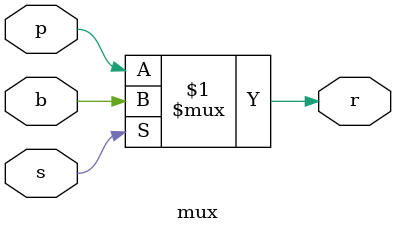
<source format=v>
module mux(b, p, s, r);
	input b, p, s;
	output r;
	
	assign r = s ? b : p;
endmodule

</source>
